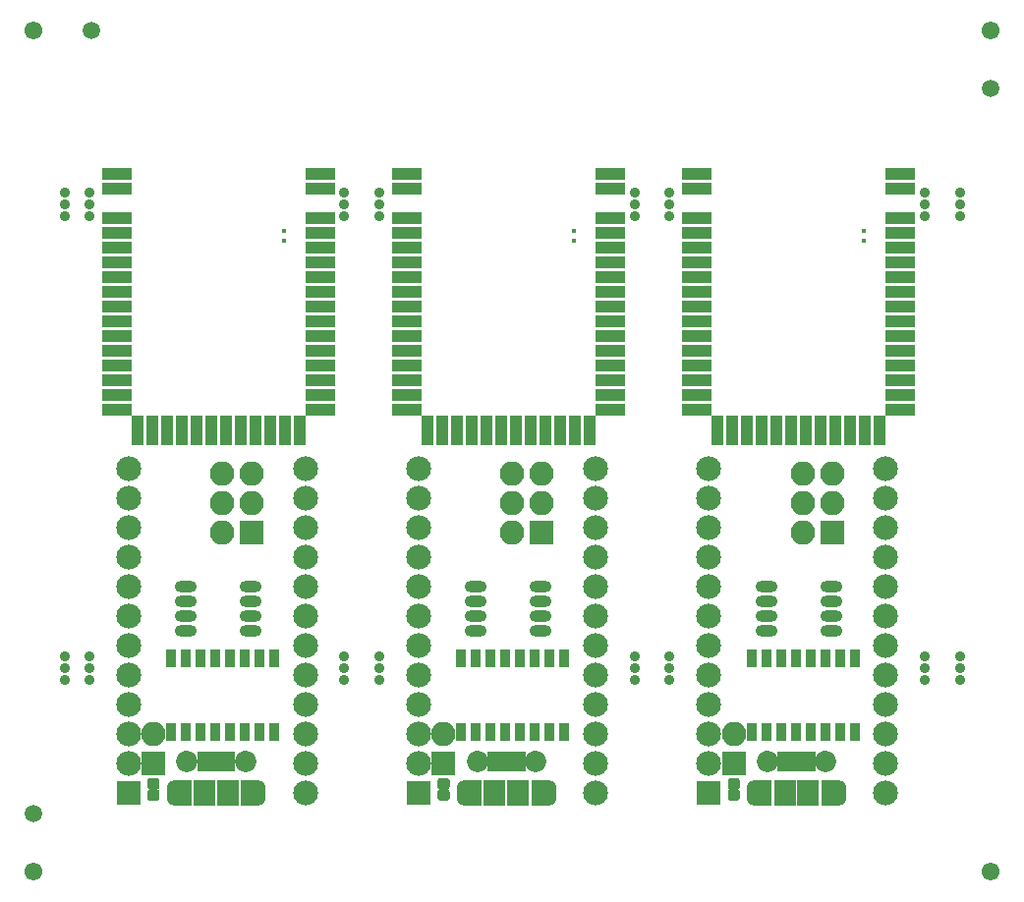
<source format=gbr>
G04 #@! TF.GenerationSoftware,KiCad,Pcbnew,(5.0.0)*
G04 #@! TF.CreationDate,2020-04-28T11:04:28-06:00*
G04 #@! TF.ProjectId,panel,70616E656C2E6B696361645F70636200,rev?*
G04 #@! TF.SameCoordinates,Original*
G04 #@! TF.FileFunction,Soldermask,Top*
G04 #@! TF.FilePolarity,Negative*
%FSLAX46Y46*%
G04 Gerber Fmt 4.6, Leading zero omitted, Abs format (unit mm)*
G04 Created by KiCad (PCBNEW (5.0.0)) date 04/28/20 11:04:28*
%MOMM*%
%LPD*%
G01*
G04 APERTURE LIST*
%ADD10C,0.908000*%
%ADD11C,0.100000*%
%ADD12C,0.990000*%
%ADD13C,0.402000*%
%ADD14O,2.100000X2.100000*%
%ADD15R,2.100000X2.100000*%
%ADD16R,2.600000X1.120000*%
%ADD17R,1.120000X2.600000*%
%ADD18R,0.908000X1.543000*%
%ADD19O,1.873200X1.009600*%
%ADD20C,2.152600*%
%ADD21R,2.152600X2.152600*%
%ADD22R,1.600000X2.300000*%
%ADD23O,1.600000X2.300000*%
%ADD24R,1.900000X2.300000*%
%ADD25C,1.850000*%
%ADD26R,0.800000X1.750000*%
%ADD27C,1.552000*%
%ADD28C,1.500000*%
G04 APERTURE END LIST*
D10*
G04 #@! TO.C,REF\002A\002A*
X114294340Y-86484000D03*
X114294340Y-88516000D03*
X114294340Y-87500000D03*
G04 #@! TD*
G04 #@! TO.C,REF\002A\002A*
X89294340Y-86484000D03*
X89294340Y-88516000D03*
X89294340Y-87500000D03*
G04 #@! TD*
G04 #@! TO.C,REF\002A\002A*
X92300000Y-87500000D03*
X92300000Y-86484000D03*
X92300000Y-88516000D03*
G04 #@! TD*
G04 #@! TO.C,REF\002A\002A*
X67300000Y-87500000D03*
X67300000Y-86484000D03*
X67300000Y-88516000D03*
G04 #@! TD*
G04 #@! TO.C,REF\002A\002A*
X114294340Y-47499999D03*
X114294340Y-48515999D03*
X114294340Y-46483999D03*
G04 #@! TD*
G04 #@! TO.C,REF\002A\002A*
X89294340Y-47499999D03*
X89294340Y-48515999D03*
X89294340Y-46483999D03*
G04 #@! TD*
G04 #@! TO.C,REF\002A\002A*
X92300000Y-48516000D03*
X92300000Y-46484000D03*
X92300000Y-47500000D03*
G04 #@! TD*
G04 #@! TO.C,REF\002A\002A*
X67300000Y-48516000D03*
X67300000Y-46484000D03*
X67300000Y-47500000D03*
G04 #@! TD*
D11*
G04 #@! TO.C,R7*
G36*
X98135099Y-97909932D02*
X98159125Y-97913496D01*
X98182685Y-97919397D01*
X98205554Y-97927580D01*
X98227511Y-97937964D01*
X98248344Y-97950451D01*
X98267852Y-97964920D01*
X98285849Y-97981231D01*
X98302160Y-97999228D01*
X98316629Y-98018736D01*
X98329116Y-98039569D01*
X98339500Y-98061526D01*
X98347683Y-98084395D01*
X98353584Y-98107955D01*
X98357148Y-98131981D01*
X98358340Y-98156240D01*
X98358340Y-98651240D01*
X98357148Y-98675499D01*
X98353584Y-98699525D01*
X98347683Y-98723085D01*
X98339500Y-98745954D01*
X98329116Y-98767911D01*
X98316629Y-98788744D01*
X98302160Y-98808252D01*
X98285849Y-98826249D01*
X98267852Y-98842560D01*
X98248344Y-98857029D01*
X98227511Y-98869516D01*
X98205554Y-98879900D01*
X98182685Y-98888083D01*
X98159125Y-98893984D01*
X98135099Y-98897548D01*
X98110840Y-98898740D01*
X97565840Y-98898740D01*
X97541581Y-98897548D01*
X97517555Y-98893984D01*
X97493995Y-98888083D01*
X97471126Y-98879900D01*
X97449169Y-98869516D01*
X97428336Y-98857029D01*
X97408828Y-98842560D01*
X97390831Y-98826249D01*
X97374520Y-98808252D01*
X97360051Y-98788744D01*
X97347564Y-98767911D01*
X97337180Y-98745954D01*
X97328997Y-98723085D01*
X97323096Y-98699525D01*
X97319532Y-98675499D01*
X97318340Y-98651240D01*
X97318340Y-98156240D01*
X97319532Y-98131981D01*
X97323096Y-98107955D01*
X97328997Y-98084395D01*
X97337180Y-98061526D01*
X97347564Y-98039569D01*
X97360051Y-98018736D01*
X97374520Y-97999228D01*
X97390831Y-97981231D01*
X97408828Y-97964920D01*
X97428336Y-97950451D01*
X97449169Y-97937964D01*
X97471126Y-97927580D01*
X97493995Y-97919397D01*
X97517555Y-97913496D01*
X97541581Y-97909932D01*
X97565840Y-97908740D01*
X98110840Y-97908740D01*
X98135099Y-97909932D01*
X98135099Y-97909932D01*
G37*
D12*
X97838340Y-98403740D03*
D11*
G36*
X98135099Y-96939932D02*
X98159125Y-96943496D01*
X98182685Y-96949397D01*
X98205554Y-96957580D01*
X98227511Y-96967964D01*
X98248344Y-96980451D01*
X98267852Y-96994920D01*
X98285849Y-97011231D01*
X98302160Y-97029228D01*
X98316629Y-97048736D01*
X98329116Y-97069569D01*
X98339500Y-97091526D01*
X98347683Y-97114395D01*
X98353584Y-97137955D01*
X98357148Y-97161981D01*
X98358340Y-97186240D01*
X98358340Y-97681240D01*
X98357148Y-97705499D01*
X98353584Y-97729525D01*
X98347683Y-97753085D01*
X98339500Y-97775954D01*
X98329116Y-97797911D01*
X98316629Y-97818744D01*
X98302160Y-97838252D01*
X98285849Y-97856249D01*
X98267852Y-97872560D01*
X98248344Y-97887029D01*
X98227511Y-97899516D01*
X98205554Y-97909900D01*
X98182685Y-97918083D01*
X98159125Y-97923984D01*
X98135099Y-97927548D01*
X98110840Y-97928740D01*
X97565840Y-97928740D01*
X97541581Y-97927548D01*
X97517555Y-97923984D01*
X97493995Y-97918083D01*
X97471126Y-97909900D01*
X97449169Y-97899516D01*
X97428336Y-97887029D01*
X97408828Y-97872560D01*
X97390831Y-97856249D01*
X97374520Y-97838252D01*
X97360051Y-97818744D01*
X97347564Y-97797911D01*
X97337180Y-97775954D01*
X97328997Y-97753085D01*
X97323096Y-97729525D01*
X97319532Y-97705499D01*
X97318340Y-97681240D01*
X97318340Y-97186240D01*
X97319532Y-97161981D01*
X97323096Y-97137955D01*
X97328997Y-97114395D01*
X97337180Y-97091526D01*
X97347564Y-97069569D01*
X97360051Y-97048736D01*
X97374520Y-97029228D01*
X97390831Y-97011231D01*
X97408828Y-96994920D01*
X97428336Y-96980451D01*
X97449169Y-96967964D01*
X97471126Y-96957580D01*
X97493995Y-96949397D01*
X97517555Y-96943496D01*
X97541581Y-96939932D01*
X97565840Y-96938740D01*
X98110840Y-96938740D01*
X98135099Y-96939932D01*
X98135099Y-96939932D01*
G37*
D12*
X97838340Y-97433740D03*
G04 #@! TD*
D11*
G04 #@! TO.C,R7*
G36*
X73135099Y-97909932D02*
X73159125Y-97913496D01*
X73182685Y-97919397D01*
X73205554Y-97927580D01*
X73227511Y-97937964D01*
X73248344Y-97950451D01*
X73267852Y-97964920D01*
X73285849Y-97981231D01*
X73302160Y-97999228D01*
X73316629Y-98018736D01*
X73329116Y-98039569D01*
X73339500Y-98061526D01*
X73347683Y-98084395D01*
X73353584Y-98107955D01*
X73357148Y-98131981D01*
X73358340Y-98156240D01*
X73358340Y-98651240D01*
X73357148Y-98675499D01*
X73353584Y-98699525D01*
X73347683Y-98723085D01*
X73339500Y-98745954D01*
X73329116Y-98767911D01*
X73316629Y-98788744D01*
X73302160Y-98808252D01*
X73285849Y-98826249D01*
X73267852Y-98842560D01*
X73248344Y-98857029D01*
X73227511Y-98869516D01*
X73205554Y-98879900D01*
X73182685Y-98888083D01*
X73159125Y-98893984D01*
X73135099Y-98897548D01*
X73110840Y-98898740D01*
X72565840Y-98898740D01*
X72541581Y-98897548D01*
X72517555Y-98893984D01*
X72493995Y-98888083D01*
X72471126Y-98879900D01*
X72449169Y-98869516D01*
X72428336Y-98857029D01*
X72408828Y-98842560D01*
X72390831Y-98826249D01*
X72374520Y-98808252D01*
X72360051Y-98788744D01*
X72347564Y-98767911D01*
X72337180Y-98745954D01*
X72328997Y-98723085D01*
X72323096Y-98699525D01*
X72319532Y-98675499D01*
X72318340Y-98651240D01*
X72318340Y-98156240D01*
X72319532Y-98131981D01*
X72323096Y-98107955D01*
X72328997Y-98084395D01*
X72337180Y-98061526D01*
X72347564Y-98039569D01*
X72360051Y-98018736D01*
X72374520Y-97999228D01*
X72390831Y-97981231D01*
X72408828Y-97964920D01*
X72428336Y-97950451D01*
X72449169Y-97937964D01*
X72471126Y-97927580D01*
X72493995Y-97919397D01*
X72517555Y-97913496D01*
X72541581Y-97909932D01*
X72565840Y-97908740D01*
X73110840Y-97908740D01*
X73135099Y-97909932D01*
X73135099Y-97909932D01*
G37*
D12*
X72838340Y-98403740D03*
D11*
G36*
X73135099Y-96939932D02*
X73159125Y-96943496D01*
X73182685Y-96949397D01*
X73205554Y-96957580D01*
X73227511Y-96967964D01*
X73248344Y-96980451D01*
X73267852Y-96994920D01*
X73285849Y-97011231D01*
X73302160Y-97029228D01*
X73316629Y-97048736D01*
X73329116Y-97069569D01*
X73339500Y-97091526D01*
X73347683Y-97114395D01*
X73353584Y-97137955D01*
X73357148Y-97161981D01*
X73358340Y-97186240D01*
X73358340Y-97681240D01*
X73357148Y-97705499D01*
X73353584Y-97729525D01*
X73347683Y-97753085D01*
X73339500Y-97775954D01*
X73329116Y-97797911D01*
X73316629Y-97818744D01*
X73302160Y-97838252D01*
X73285849Y-97856249D01*
X73267852Y-97872560D01*
X73248344Y-97887029D01*
X73227511Y-97899516D01*
X73205554Y-97909900D01*
X73182685Y-97918083D01*
X73159125Y-97923984D01*
X73135099Y-97927548D01*
X73110840Y-97928740D01*
X72565840Y-97928740D01*
X72541581Y-97927548D01*
X72517555Y-97923984D01*
X72493995Y-97918083D01*
X72471126Y-97909900D01*
X72449169Y-97899516D01*
X72428336Y-97887029D01*
X72408828Y-97872560D01*
X72390831Y-97856249D01*
X72374520Y-97838252D01*
X72360051Y-97818744D01*
X72347564Y-97797911D01*
X72337180Y-97775954D01*
X72328997Y-97753085D01*
X72323096Y-97729525D01*
X72319532Y-97705499D01*
X72318340Y-97681240D01*
X72318340Y-97186240D01*
X72319532Y-97161981D01*
X72323096Y-97137955D01*
X72328997Y-97114395D01*
X72337180Y-97091526D01*
X72347564Y-97069569D01*
X72360051Y-97048736D01*
X72374520Y-97029228D01*
X72390831Y-97011231D01*
X72408828Y-96994920D01*
X72428336Y-96980451D01*
X72449169Y-96967964D01*
X72471126Y-96957580D01*
X72493995Y-96949397D01*
X72517555Y-96943496D01*
X72541581Y-96939932D01*
X72565840Y-96938740D01*
X73110840Y-96938740D01*
X73135099Y-96939932D01*
X73135099Y-96939932D01*
G37*
D12*
X72838340Y-97433740D03*
G04 #@! TD*
D13*
G04 #@! TO.C,JP2*
X109080380Y-49788000D03*
X109080380Y-50688000D03*
X109080380Y-50688000D03*
X109080380Y-49788000D03*
G04 #@! TD*
G04 #@! TO.C,JP2*
X84080380Y-49788000D03*
X84080380Y-50688000D03*
X84080380Y-50688000D03*
X84080380Y-49788000D03*
G04 #@! TD*
D14*
G04 #@! TO.C,J2*
X103769240Y-70685000D03*
X106309240Y-70685000D03*
X103769240Y-73225000D03*
X106309240Y-73225000D03*
X103769240Y-75765000D03*
D15*
X106309240Y-75765000D03*
G04 #@! TD*
D14*
G04 #@! TO.C,J2*
X78769240Y-70685000D03*
X81309240Y-70685000D03*
X78769240Y-73225000D03*
X81309240Y-73225000D03*
X78769240Y-75765000D03*
D15*
X81309240Y-75765000D03*
G04 #@! TD*
D16*
G04 #@! TO.C,U1*
X94663340Y-65175740D03*
X94663340Y-63905740D03*
X94663340Y-62635740D03*
X94663340Y-61365740D03*
X94663340Y-60095740D03*
X94663340Y-58825740D03*
X94663340Y-57555740D03*
X94663340Y-56285740D03*
X94663340Y-55015740D03*
X94663340Y-53745740D03*
X94663340Y-52475740D03*
X94663340Y-51205740D03*
X94663340Y-49935740D03*
X94663340Y-48665740D03*
X94663340Y-46125740D03*
X94663340Y-44855740D03*
X112189340Y-44855740D03*
X112189340Y-46125740D03*
X112189340Y-48665740D03*
X112189340Y-49935740D03*
X112189340Y-51205740D03*
X112189340Y-52475740D03*
X112189340Y-53745740D03*
X112189340Y-55015740D03*
X112189340Y-56285740D03*
X112189340Y-57555740D03*
X112189340Y-58825740D03*
X112189340Y-60095740D03*
X112189340Y-61365740D03*
X112189340Y-62635740D03*
X112189340Y-63905740D03*
X112189340Y-65175740D03*
D17*
X96441340Y-66953740D03*
X97711340Y-66953740D03*
X98981340Y-66953740D03*
X100251340Y-66953740D03*
X101521340Y-66953740D03*
X102791340Y-66953740D03*
X104061340Y-66953740D03*
X105331340Y-66953740D03*
X106601340Y-66953740D03*
X107871340Y-66953740D03*
X109141340Y-66953740D03*
X110411340Y-66953740D03*
G04 #@! TD*
D16*
G04 #@! TO.C,U1*
X69663340Y-65175740D03*
X69663340Y-63905740D03*
X69663340Y-62635740D03*
X69663340Y-61365740D03*
X69663340Y-60095740D03*
X69663340Y-58825740D03*
X69663340Y-57555740D03*
X69663340Y-56285740D03*
X69663340Y-55015740D03*
X69663340Y-53745740D03*
X69663340Y-52475740D03*
X69663340Y-51205740D03*
X69663340Y-49935740D03*
X69663340Y-48665740D03*
X69663340Y-46125740D03*
X69663340Y-44855740D03*
X87189340Y-44855740D03*
X87189340Y-46125740D03*
X87189340Y-48665740D03*
X87189340Y-49935740D03*
X87189340Y-51205740D03*
X87189340Y-52475740D03*
X87189340Y-53745740D03*
X87189340Y-55015740D03*
X87189340Y-56285740D03*
X87189340Y-57555740D03*
X87189340Y-58825740D03*
X87189340Y-60095740D03*
X87189340Y-61365740D03*
X87189340Y-62635740D03*
X87189340Y-63905740D03*
X87189340Y-65175740D03*
D17*
X71441340Y-66953740D03*
X72711340Y-66953740D03*
X73981340Y-66953740D03*
X75251340Y-66953740D03*
X76521340Y-66953740D03*
X77791340Y-66953740D03*
X79061340Y-66953740D03*
X80331340Y-66953740D03*
X81601340Y-66953740D03*
X82871340Y-66953740D03*
X84141340Y-66953740D03*
X85411340Y-66953740D03*
G04 #@! TD*
D18*
G04 #@! TO.C,U4*
X100632340Y-86638740D03*
X99362340Y-92988740D03*
X100632340Y-92988740D03*
X101902340Y-92988740D03*
X103172340Y-92988740D03*
X104442340Y-92988740D03*
X105712340Y-92988740D03*
X106982340Y-92988740D03*
X108252340Y-92988740D03*
X108252340Y-86638740D03*
X106982340Y-86638740D03*
X105712340Y-86638740D03*
X104442340Y-86638740D03*
X103172340Y-86638740D03*
X101902340Y-86638740D03*
X99362340Y-86638740D03*
G04 #@! TD*
G04 #@! TO.C,U4*
X75632340Y-86638740D03*
X74362340Y-92988740D03*
X75632340Y-92988740D03*
X76902340Y-92988740D03*
X78172340Y-92988740D03*
X79442340Y-92988740D03*
X80712340Y-92988740D03*
X81982340Y-92988740D03*
X83252340Y-92988740D03*
X83252340Y-86638740D03*
X81982340Y-86638740D03*
X80712340Y-86638740D03*
X79442340Y-86638740D03*
X78172340Y-86638740D03*
X76902340Y-86638740D03*
X74362340Y-86638740D03*
G04 #@! TD*
D19*
G04 #@! TO.C,U6*
X100632340Y-84225740D03*
X100632340Y-82955740D03*
X100632340Y-81685740D03*
X100632340Y-80415740D03*
X106220340Y-80415740D03*
X106220340Y-81685740D03*
X106220340Y-82955740D03*
X106220340Y-84225740D03*
G04 #@! TD*
G04 #@! TO.C,U6*
X75632340Y-84225740D03*
X75632340Y-82955740D03*
X75632340Y-81685740D03*
X75632340Y-80415740D03*
X81220340Y-80415740D03*
X81220340Y-81685740D03*
X81220340Y-82955740D03*
X81220340Y-84225740D03*
G04 #@! TD*
D14*
G04 #@! TO.C,J3*
X97838340Y-93115740D03*
D15*
X97838340Y-95655740D03*
G04 #@! TD*
D14*
G04 #@! TO.C,J3*
X72838340Y-93115740D03*
D15*
X72838340Y-95655740D03*
G04 #@! TD*
D20*
G04 #@! TO.C,U2*
X110919340Y-98195740D03*
X110919340Y-95655740D03*
X110919340Y-93115740D03*
X110919340Y-90575740D03*
X110919340Y-88035740D03*
X110919340Y-85495740D03*
X110919340Y-82955740D03*
X110919340Y-80415740D03*
X110919340Y-77875740D03*
X110919340Y-75335740D03*
X110919340Y-72795740D03*
X110919340Y-70255740D03*
X95679340Y-70255740D03*
X95679340Y-72795740D03*
X95679340Y-75335740D03*
X95679340Y-77875740D03*
X95679340Y-80415740D03*
X95679340Y-82955740D03*
X95679340Y-85495740D03*
X95679340Y-88035740D03*
X95679340Y-90575740D03*
X95679340Y-93115740D03*
X95679340Y-95655740D03*
D21*
X95679340Y-98195740D03*
G04 #@! TD*
D20*
G04 #@! TO.C,U2*
X85919340Y-98195740D03*
X85919340Y-95655740D03*
X85919340Y-93115740D03*
X85919340Y-90575740D03*
X85919340Y-88035740D03*
X85919340Y-85495740D03*
X85919340Y-82955740D03*
X85919340Y-80415740D03*
X85919340Y-77875740D03*
X85919340Y-75335740D03*
X85919340Y-72795740D03*
X85919340Y-70255740D03*
X70679340Y-70255740D03*
X70679340Y-72795740D03*
X70679340Y-75335740D03*
X70679340Y-77875740D03*
X70679340Y-80415740D03*
X70679340Y-82955740D03*
X70679340Y-85495740D03*
X70679340Y-88035740D03*
X70679340Y-90575740D03*
X70679340Y-93115740D03*
X70679340Y-95655740D03*
D21*
X70679340Y-98195740D03*
G04 #@! TD*
D22*
G04 #@! TO.C,J1*
X100348540Y-98258720D03*
X106148540Y-98258720D03*
D23*
X106748540Y-98258720D03*
X99748540Y-98258720D03*
D24*
X102248540Y-98258720D03*
D25*
X105748540Y-95558720D03*
D26*
X103248540Y-95558720D03*
X103898540Y-95558720D03*
X104548540Y-95558720D03*
X101948540Y-95558720D03*
X102598540Y-95558720D03*
D25*
X100748540Y-95558720D03*
D24*
X104248540Y-98258720D03*
G04 #@! TD*
D22*
G04 #@! TO.C,J1*
X75348540Y-98258720D03*
X81148540Y-98258720D03*
D23*
X81748540Y-98258720D03*
X74748540Y-98258720D03*
D24*
X77248540Y-98258720D03*
D25*
X80748540Y-95558720D03*
D26*
X78248540Y-95558720D03*
X78898540Y-95558720D03*
X79548540Y-95558720D03*
X76948540Y-95558720D03*
X77598540Y-95558720D03*
D25*
X75748540Y-95558720D03*
D24*
X79248540Y-98258720D03*
G04 #@! TD*
D10*
G04 #@! TO.C,REF\002A\002A*
X117300000Y-87500000D03*
X117300000Y-86484000D03*
X117300000Y-88516000D03*
G04 #@! TD*
G04 #@! TO.C,REF\002A\002A*
X117300000Y-48516000D03*
X117300000Y-46484000D03*
X117300000Y-47500000D03*
G04 #@! TD*
G04 #@! TO.C,REF\002A\002A*
X64294340Y-87500000D03*
X64294340Y-88516000D03*
X64294340Y-86484000D03*
G04 #@! TD*
G04 #@! TO.C,REF\002A\002A*
X64294340Y-46483999D03*
X64294340Y-48515999D03*
X64294340Y-47499999D03*
G04 #@! TD*
G04 #@! TO.C,REF\002A\002A*
X42300000Y-47500000D03*
X42300000Y-46484000D03*
X42300000Y-48516000D03*
G04 #@! TD*
G04 #@! TO.C,REF\002A\002A*
X42300000Y-88516000D03*
X42300000Y-86484000D03*
X42300000Y-87500000D03*
G04 #@! TD*
G04 #@! TO.C,REF\002A\002A*
X40200000Y-87500000D03*
X40200000Y-88516000D03*
X40200000Y-86484000D03*
G04 #@! TD*
D27*
G04 #@! TO.C,Ref\002A\002A*
X120000000Y-32500000D03*
G04 #@! TD*
G04 #@! TO.C,Ref\002A\002A*
X120000000Y-105000000D03*
G04 #@! TD*
G04 #@! TO.C,Ref\002A\002A*
X37500000Y-105000000D03*
G04 #@! TD*
D28*
G04 #@! TO.C,REF\002A\002A*
X120000000Y-37500000D03*
G04 #@! TD*
G04 #@! TO.C,REF\002A\002A*
X37500000Y-100000000D03*
G04 #@! TD*
D18*
G04 #@! TO.C,U4*
X49362340Y-86638740D03*
X51902340Y-86638740D03*
X53172340Y-86638740D03*
X54442340Y-86638740D03*
X55712340Y-86638740D03*
X56982340Y-86638740D03*
X58252340Y-86638740D03*
X58252340Y-92988740D03*
X56982340Y-92988740D03*
X55712340Y-92988740D03*
X54442340Y-92988740D03*
X53172340Y-92988740D03*
X51902340Y-92988740D03*
X50632340Y-92988740D03*
X49362340Y-92988740D03*
X50632340Y-86638740D03*
G04 #@! TD*
D21*
G04 #@! TO.C,U2*
X45679340Y-98195740D03*
D20*
X45679340Y-95655740D03*
X45679340Y-93115740D03*
X45679340Y-90575740D03*
X45679340Y-88035740D03*
X45679340Y-85495740D03*
X45679340Y-82955740D03*
X45679340Y-80415740D03*
X45679340Y-77875740D03*
X45679340Y-75335740D03*
X45679340Y-72795740D03*
X45679340Y-70255740D03*
X60919340Y-70255740D03*
X60919340Y-72795740D03*
X60919340Y-75335740D03*
X60919340Y-77875740D03*
X60919340Y-80415740D03*
X60919340Y-82955740D03*
X60919340Y-85495740D03*
X60919340Y-88035740D03*
X60919340Y-90575740D03*
X60919340Y-93115740D03*
X60919340Y-95655740D03*
X60919340Y-98195740D03*
G04 #@! TD*
D13*
G04 #@! TO.C,JP2*
X59080380Y-49788000D03*
X59080380Y-50688000D03*
X59080380Y-50688000D03*
X59080380Y-49788000D03*
G04 #@! TD*
D17*
G04 #@! TO.C,U1*
X60411340Y-66953740D03*
X59141340Y-66953740D03*
X57871340Y-66953740D03*
X56601340Y-66953740D03*
X55331340Y-66953740D03*
X54061340Y-66953740D03*
X52791340Y-66953740D03*
X51521340Y-66953740D03*
X50251340Y-66953740D03*
X48981340Y-66953740D03*
X47711340Y-66953740D03*
X46441340Y-66953740D03*
D16*
X62189340Y-65175740D03*
X62189340Y-63905740D03*
X62189340Y-62635740D03*
X62189340Y-61365740D03*
X62189340Y-60095740D03*
X62189340Y-58825740D03*
X62189340Y-57555740D03*
X62189340Y-56285740D03*
X62189340Y-55015740D03*
X62189340Y-53745740D03*
X62189340Y-52475740D03*
X62189340Y-51205740D03*
X62189340Y-49935740D03*
X62189340Y-48665740D03*
X62189340Y-46125740D03*
X62189340Y-44855740D03*
X44663340Y-44855740D03*
X44663340Y-46125740D03*
X44663340Y-48665740D03*
X44663340Y-49935740D03*
X44663340Y-51205740D03*
X44663340Y-52475740D03*
X44663340Y-53745740D03*
X44663340Y-55015740D03*
X44663340Y-56285740D03*
X44663340Y-57555740D03*
X44663340Y-58825740D03*
X44663340Y-60095740D03*
X44663340Y-61365740D03*
X44663340Y-62635740D03*
X44663340Y-63905740D03*
X44663340Y-65175740D03*
G04 #@! TD*
D24*
G04 #@! TO.C,J1*
X54248540Y-98258720D03*
D25*
X50748540Y-95558720D03*
D26*
X52598540Y-95558720D03*
X51948540Y-95558720D03*
X54548540Y-95558720D03*
X53898540Y-95558720D03*
X53248540Y-95558720D03*
D25*
X55748540Y-95558720D03*
D24*
X52248540Y-98258720D03*
D23*
X49748540Y-98258720D03*
X56748540Y-98258720D03*
D22*
X56148540Y-98258720D03*
X50348540Y-98258720D03*
G04 #@! TD*
D15*
G04 #@! TO.C,J3*
X47838340Y-95655740D03*
D14*
X47838340Y-93115740D03*
G04 #@! TD*
D15*
G04 #@! TO.C,J2*
X56309240Y-75765000D03*
D14*
X53769240Y-75765000D03*
X56309240Y-73225000D03*
X53769240Y-73225000D03*
X56309240Y-70685000D03*
X53769240Y-70685000D03*
G04 #@! TD*
D19*
G04 #@! TO.C,U6*
X56220340Y-84225740D03*
X56220340Y-82955740D03*
X56220340Y-81685740D03*
X56220340Y-80415740D03*
X50632340Y-80415740D03*
X50632340Y-81685740D03*
X50632340Y-82955740D03*
X50632340Y-84225740D03*
G04 #@! TD*
D11*
G04 #@! TO.C,R7*
G36*
X48135099Y-96939932D02*
X48159125Y-96943496D01*
X48182685Y-96949397D01*
X48205554Y-96957580D01*
X48227511Y-96967964D01*
X48248344Y-96980451D01*
X48267852Y-96994920D01*
X48285849Y-97011231D01*
X48302160Y-97029228D01*
X48316629Y-97048736D01*
X48329116Y-97069569D01*
X48339500Y-97091526D01*
X48347683Y-97114395D01*
X48353584Y-97137955D01*
X48357148Y-97161981D01*
X48358340Y-97186240D01*
X48358340Y-97681240D01*
X48357148Y-97705499D01*
X48353584Y-97729525D01*
X48347683Y-97753085D01*
X48339500Y-97775954D01*
X48329116Y-97797911D01*
X48316629Y-97818744D01*
X48302160Y-97838252D01*
X48285849Y-97856249D01*
X48267852Y-97872560D01*
X48248344Y-97887029D01*
X48227511Y-97899516D01*
X48205554Y-97909900D01*
X48182685Y-97918083D01*
X48159125Y-97923984D01*
X48135099Y-97927548D01*
X48110840Y-97928740D01*
X47565840Y-97928740D01*
X47541581Y-97927548D01*
X47517555Y-97923984D01*
X47493995Y-97918083D01*
X47471126Y-97909900D01*
X47449169Y-97899516D01*
X47428336Y-97887029D01*
X47408828Y-97872560D01*
X47390831Y-97856249D01*
X47374520Y-97838252D01*
X47360051Y-97818744D01*
X47347564Y-97797911D01*
X47337180Y-97775954D01*
X47328997Y-97753085D01*
X47323096Y-97729525D01*
X47319532Y-97705499D01*
X47318340Y-97681240D01*
X47318340Y-97186240D01*
X47319532Y-97161981D01*
X47323096Y-97137955D01*
X47328997Y-97114395D01*
X47337180Y-97091526D01*
X47347564Y-97069569D01*
X47360051Y-97048736D01*
X47374520Y-97029228D01*
X47390831Y-97011231D01*
X47408828Y-96994920D01*
X47428336Y-96980451D01*
X47449169Y-96967964D01*
X47471126Y-96957580D01*
X47493995Y-96949397D01*
X47517555Y-96943496D01*
X47541581Y-96939932D01*
X47565840Y-96938740D01*
X48110840Y-96938740D01*
X48135099Y-96939932D01*
X48135099Y-96939932D01*
G37*
D12*
X47838340Y-97433740D03*
D11*
G36*
X48135099Y-97909932D02*
X48159125Y-97913496D01*
X48182685Y-97919397D01*
X48205554Y-97927580D01*
X48227511Y-97937964D01*
X48248344Y-97950451D01*
X48267852Y-97964920D01*
X48285849Y-97981231D01*
X48302160Y-97999228D01*
X48316629Y-98018736D01*
X48329116Y-98039569D01*
X48339500Y-98061526D01*
X48347683Y-98084395D01*
X48353584Y-98107955D01*
X48357148Y-98131981D01*
X48358340Y-98156240D01*
X48358340Y-98651240D01*
X48357148Y-98675499D01*
X48353584Y-98699525D01*
X48347683Y-98723085D01*
X48339500Y-98745954D01*
X48329116Y-98767911D01*
X48316629Y-98788744D01*
X48302160Y-98808252D01*
X48285849Y-98826249D01*
X48267852Y-98842560D01*
X48248344Y-98857029D01*
X48227511Y-98869516D01*
X48205554Y-98879900D01*
X48182685Y-98888083D01*
X48159125Y-98893984D01*
X48135099Y-98897548D01*
X48110840Y-98898740D01*
X47565840Y-98898740D01*
X47541581Y-98897548D01*
X47517555Y-98893984D01*
X47493995Y-98888083D01*
X47471126Y-98879900D01*
X47449169Y-98869516D01*
X47428336Y-98857029D01*
X47408828Y-98842560D01*
X47390831Y-98826249D01*
X47374520Y-98808252D01*
X47360051Y-98788744D01*
X47347564Y-98767911D01*
X47337180Y-98745954D01*
X47328997Y-98723085D01*
X47323096Y-98699525D01*
X47319532Y-98675499D01*
X47318340Y-98651240D01*
X47318340Y-98156240D01*
X47319532Y-98131981D01*
X47323096Y-98107955D01*
X47328997Y-98084395D01*
X47337180Y-98061526D01*
X47347564Y-98039569D01*
X47360051Y-98018736D01*
X47374520Y-97999228D01*
X47390831Y-97981231D01*
X47408828Y-97964920D01*
X47428336Y-97950451D01*
X47449169Y-97937964D01*
X47471126Y-97927580D01*
X47493995Y-97919397D01*
X47517555Y-97913496D01*
X47541581Y-97909932D01*
X47565840Y-97908740D01*
X48110840Y-97908740D01*
X48135099Y-97909932D01*
X48135099Y-97909932D01*
G37*
D12*
X47838340Y-98403740D03*
G04 #@! TD*
D28*
G04 #@! TO.C,REF\002A\002A*
X42500000Y-32500000D03*
G04 #@! TD*
D27*
G04 #@! TO.C,Ref\002A\002A*
X37500000Y-32500000D03*
G04 #@! TD*
D10*
G04 #@! TO.C,REF\002A\002A*
X40200000Y-46484000D03*
X40200000Y-48516000D03*
X40200000Y-47500000D03*
G04 #@! TD*
M02*

</source>
